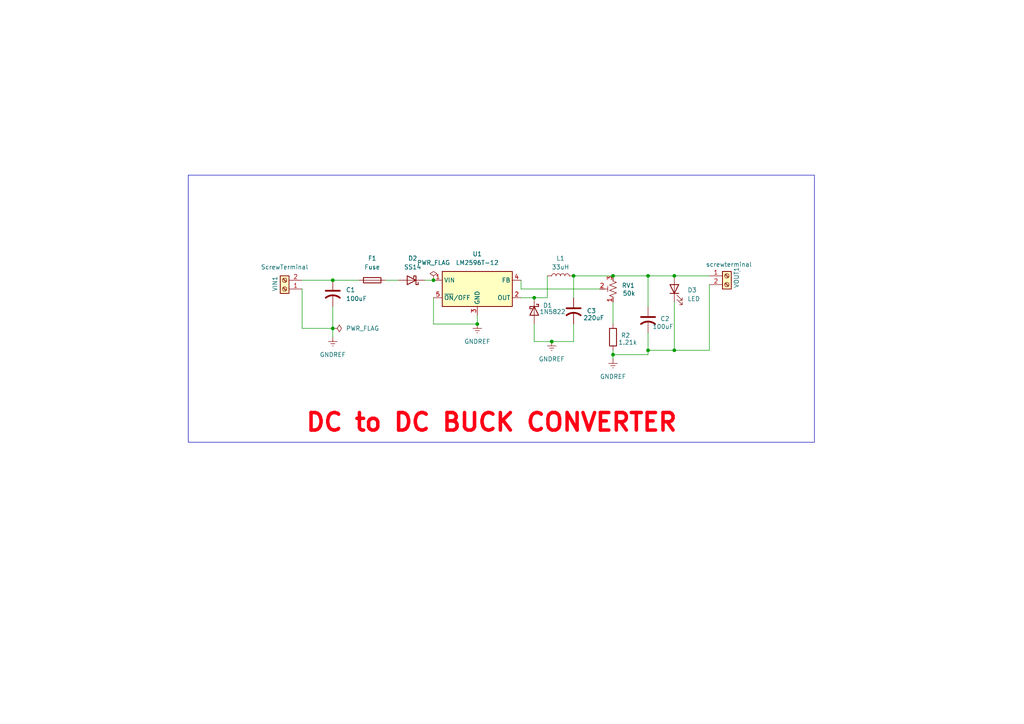
<source format=kicad_sch>
(kicad_sch
	(version 20250114)
	(generator "eeschema")
	(generator_version "9.0")
	(uuid "cc7cc7c6-d9e7-4462-9ad4-7c35eb0e6a7f")
	(paper "A4")
	(title_block
		(title "Dc to Dc Buck Converter")
		(date "2025-10-04")
		(rev "Drawn By D.Manikanta")
		(company "Mani_PCB")
	)
	(lib_symbols
		(symbol "Connector:Screw_Terminal_01x02"
			(pin_names
				(offset 1.016)
				(hide yes)
			)
			(exclude_from_sim no)
			(in_bom yes)
			(on_board yes)
			(property "Reference" "J"
				(at 0 2.54 0)
				(effects
					(font
						(size 1.27 1.27)
					)
				)
			)
			(property "Value" "Screw_Terminal_01x02"
				(at 0 -5.08 0)
				(effects
					(font
						(size 1.27 1.27)
					)
				)
			)
			(property "Footprint" ""
				(at 0 0 0)
				(effects
					(font
						(size 1.27 1.27)
					)
					(hide yes)
				)
			)
			(property "Datasheet" "~"
				(at 0 0 0)
				(effects
					(font
						(size 1.27 1.27)
					)
					(hide yes)
				)
			)
			(property "Description" "Generic screw terminal, single row, 01x02, script generated (kicad-library-utils/schlib/autogen/connector/)"
				(at 0 0 0)
				(effects
					(font
						(size 1.27 1.27)
					)
					(hide yes)
				)
			)
			(property "ki_keywords" "screw terminal"
				(at 0 0 0)
				(effects
					(font
						(size 1.27 1.27)
					)
					(hide yes)
				)
			)
			(property "ki_fp_filters" "TerminalBlock*:*"
				(at 0 0 0)
				(effects
					(font
						(size 1.27 1.27)
					)
					(hide yes)
				)
			)
			(symbol "Screw_Terminal_01x02_1_1"
				(rectangle
					(start -1.27 1.27)
					(end 1.27 -3.81)
					(stroke
						(width 0.254)
						(type default)
					)
					(fill
						(type background)
					)
				)
				(polyline
					(pts
						(xy -0.5334 0.3302) (xy 0.3302 -0.508)
					)
					(stroke
						(width 0.1524)
						(type default)
					)
					(fill
						(type none)
					)
				)
				(polyline
					(pts
						(xy -0.5334 -2.2098) (xy 0.3302 -3.048)
					)
					(stroke
						(width 0.1524)
						(type default)
					)
					(fill
						(type none)
					)
				)
				(polyline
					(pts
						(xy -0.3556 0.508) (xy 0.508 -0.3302)
					)
					(stroke
						(width 0.1524)
						(type default)
					)
					(fill
						(type none)
					)
				)
				(polyline
					(pts
						(xy -0.3556 -2.032) (xy 0.508 -2.8702)
					)
					(stroke
						(width 0.1524)
						(type default)
					)
					(fill
						(type none)
					)
				)
				(circle
					(center 0 0)
					(radius 0.635)
					(stroke
						(width 0.1524)
						(type default)
					)
					(fill
						(type none)
					)
				)
				(circle
					(center 0 -2.54)
					(radius 0.635)
					(stroke
						(width 0.1524)
						(type default)
					)
					(fill
						(type none)
					)
				)
				(pin passive line
					(at -5.08 0 0)
					(length 3.81)
					(name "Pin_1"
						(effects
							(font
								(size 1.27 1.27)
							)
						)
					)
					(number "1"
						(effects
							(font
								(size 1.27 1.27)
							)
						)
					)
				)
				(pin passive line
					(at -5.08 -2.54 0)
					(length 3.81)
					(name "Pin_2"
						(effects
							(font
								(size 1.27 1.27)
							)
						)
					)
					(number "2"
						(effects
							(font
								(size 1.27 1.27)
							)
						)
					)
				)
			)
			(embedded_fonts no)
		)
		(symbol "Device:C_US"
			(pin_numbers
				(hide yes)
			)
			(pin_names
				(offset 0.254)
				(hide yes)
			)
			(exclude_from_sim no)
			(in_bom yes)
			(on_board yes)
			(property "Reference" "C"
				(at 0.635 2.54 0)
				(effects
					(font
						(size 1.27 1.27)
					)
					(justify left)
				)
			)
			(property "Value" "C_US"
				(at 0.635 -2.54 0)
				(effects
					(font
						(size 1.27 1.27)
					)
					(justify left)
				)
			)
			(property "Footprint" ""
				(at 0 0 0)
				(effects
					(font
						(size 1.27 1.27)
					)
					(hide yes)
				)
			)
			(property "Datasheet" ""
				(at 0 0 0)
				(effects
					(font
						(size 1.27 1.27)
					)
					(hide yes)
				)
			)
			(property "Description" "capacitor, US symbol"
				(at 0 0 0)
				(effects
					(font
						(size 1.27 1.27)
					)
					(hide yes)
				)
			)
			(property "ki_keywords" "cap capacitor"
				(at 0 0 0)
				(effects
					(font
						(size 1.27 1.27)
					)
					(hide yes)
				)
			)
			(property "ki_fp_filters" "C_*"
				(at 0 0 0)
				(effects
					(font
						(size 1.27 1.27)
					)
					(hide yes)
				)
			)
			(symbol "C_US_0_1"
				(polyline
					(pts
						(xy -2.032 0.762) (xy 2.032 0.762)
					)
					(stroke
						(width 0.508)
						(type default)
					)
					(fill
						(type none)
					)
				)
				(arc
					(start -2.032 -1.27)
					(mid 0 -0.5572)
					(end 2.032 -1.27)
					(stroke
						(width 0.508)
						(type default)
					)
					(fill
						(type none)
					)
				)
			)
			(symbol "C_US_1_1"
				(pin passive line
					(at 0 3.81 270)
					(length 2.794)
					(name "~"
						(effects
							(font
								(size 1.27 1.27)
							)
						)
					)
					(number "1"
						(effects
							(font
								(size 1.27 1.27)
							)
						)
					)
				)
				(pin passive line
					(at 0 -3.81 90)
					(length 3.302)
					(name "~"
						(effects
							(font
								(size 1.27 1.27)
							)
						)
					)
					(number "2"
						(effects
							(font
								(size 1.27 1.27)
							)
						)
					)
				)
			)
			(embedded_fonts no)
		)
		(symbol "Device:Fuse"
			(pin_numbers
				(hide yes)
			)
			(pin_names
				(offset 0)
			)
			(exclude_from_sim no)
			(in_bom yes)
			(on_board yes)
			(property "Reference" "F"
				(at 2.032 0 90)
				(effects
					(font
						(size 1.27 1.27)
					)
				)
			)
			(property "Value" "Fuse"
				(at -1.905 0 90)
				(effects
					(font
						(size 1.27 1.27)
					)
				)
			)
			(property "Footprint" ""
				(at -1.778 0 90)
				(effects
					(font
						(size 1.27 1.27)
					)
					(hide yes)
				)
			)
			(property "Datasheet" "~"
				(at 0 0 0)
				(effects
					(font
						(size 1.27 1.27)
					)
					(hide yes)
				)
			)
			(property "Description" "Fuse"
				(at 0 0 0)
				(effects
					(font
						(size 1.27 1.27)
					)
					(hide yes)
				)
			)
			(property "ki_keywords" "fuse"
				(at 0 0 0)
				(effects
					(font
						(size 1.27 1.27)
					)
					(hide yes)
				)
			)
			(property "ki_fp_filters" "*Fuse*"
				(at 0 0 0)
				(effects
					(font
						(size 1.27 1.27)
					)
					(hide yes)
				)
			)
			(symbol "Fuse_0_1"
				(rectangle
					(start -0.762 -2.54)
					(end 0.762 2.54)
					(stroke
						(width 0.254)
						(type default)
					)
					(fill
						(type none)
					)
				)
				(polyline
					(pts
						(xy 0 2.54) (xy 0 -2.54)
					)
					(stroke
						(width 0)
						(type default)
					)
					(fill
						(type none)
					)
				)
			)
			(symbol "Fuse_1_1"
				(pin passive line
					(at 0 3.81 270)
					(length 1.27)
					(name "~"
						(effects
							(font
								(size 1.27 1.27)
							)
						)
					)
					(number "1"
						(effects
							(font
								(size 1.27 1.27)
							)
						)
					)
				)
				(pin passive line
					(at 0 -3.81 90)
					(length 1.27)
					(name "~"
						(effects
							(font
								(size 1.27 1.27)
							)
						)
					)
					(number "2"
						(effects
							(font
								(size 1.27 1.27)
							)
						)
					)
				)
			)
			(embedded_fonts no)
		)
		(symbol "Device:L"
			(pin_numbers
				(hide yes)
			)
			(pin_names
				(offset 1.016)
				(hide yes)
			)
			(exclude_from_sim no)
			(in_bom yes)
			(on_board yes)
			(property "Reference" "L"
				(at -1.27 0 90)
				(effects
					(font
						(size 1.27 1.27)
					)
				)
			)
			(property "Value" "L"
				(at 1.905 0 90)
				(effects
					(font
						(size 1.27 1.27)
					)
				)
			)
			(property "Footprint" ""
				(at 0 0 0)
				(effects
					(font
						(size 1.27 1.27)
					)
					(hide yes)
				)
			)
			(property "Datasheet" "~"
				(at 0 0 0)
				(effects
					(font
						(size 1.27 1.27)
					)
					(hide yes)
				)
			)
			(property "Description" "Inductor"
				(at 0 0 0)
				(effects
					(font
						(size 1.27 1.27)
					)
					(hide yes)
				)
			)
			(property "ki_keywords" "inductor choke coil reactor magnetic"
				(at 0 0 0)
				(effects
					(font
						(size 1.27 1.27)
					)
					(hide yes)
				)
			)
			(property "ki_fp_filters" "Choke_* *Coil* Inductor_* L_*"
				(at 0 0 0)
				(effects
					(font
						(size 1.27 1.27)
					)
					(hide yes)
				)
			)
			(symbol "L_0_1"
				(arc
					(start 0 2.54)
					(mid 0.6323 1.905)
					(end 0 1.27)
					(stroke
						(width 0)
						(type default)
					)
					(fill
						(type none)
					)
				)
				(arc
					(start 0 1.27)
					(mid 0.6323 0.635)
					(end 0 0)
					(stroke
						(width 0)
						(type default)
					)
					(fill
						(type none)
					)
				)
				(arc
					(start 0 0)
					(mid 0.6323 -0.635)
					(end 0 -1.27)
					(stroke
						(width 0)
						(type default)
					)
					(fill
						(type none)
					)
				)
				(arc
					(start 0 -1.27)
					(mid 0.6323 -1.905)
					(end 0 -2.54)
					(stroke
						(width 0)
						(type default)
					)
					(fill
						(type none)
					)
				)
			)
			(symbol "L_1_1"
				(pin passive line
					(at 0 3.81 270)
					(length 1.27)
					(name "1"
						(effects
							(font
								(size 1.27 1.27)
							)
						)
					)
					(number "1"
						(effects
							(font
								(size 1.27 1.27)
							)
						)
					)
				)
				(pin passive line
					(at 0 -3.81 90)
					(length 1.27)
					(name "2"
						(effects
							(font
								(size 1.27 1.27)
							)
						)
					)
					(number "2"
						(effects
							(font
								(size 1.27 1.27)
							)
						)
					)
				)
			)
			(embedded_fonts no)
		)
		(symbol "Device:LED"
			(pin_numbers
				(hide yes)
			)
			(pin_names
				(offset 1.016)
				(hide yes)
			)
			(exclude_from_sim no)
			(in_bom yes)
			(on_board yes)
			(property "Reference" "D"
				(at 0 2.54 0)
				(effects
					(font
						(size 1.27 1.27)
					)
				)
			)
			(property "Value" "LED"
				(at 0 -2.54 0)
				(effects
					(font
						(size 1.27 1.27)
					)
				)
			)
			(property "Footprint" ""
				(at 0 0 0)
				(effects
					(font
						(size 1.27 1.27)
					)
					(hide yes)
				)
			)
			(property "Datasheet" "~"
				(at 0 0 0)
				(effects
					(font
						(size 1.27 1.27)
					)
					(hide yes)
				)
			)
			(property "Description" "Light emitting diode"
				(at 0 0 0)
				(effects
					(font
						(size 1.27 1.27)
					)
					(hide yes)
				)
			)
			(property "Sim.Pins" "1=K 2=A"
				(at 0 0 0)
				(effects
					(font
						(size 1.27 1.27)
					)
					(hide yes)
				)
			)
			(property "ki_keywords" "LED diode"
				(at 0 0 0)
				(effects
					(font
						(size 1.27 1.27)
					)
					(hide yes)
				)
			)
			(property "ki_fp_filters" "LED* LED_SMD:* LED_THT:*"
				(at 0 0 0)
				(effects
					(font
						(size 1.27 1.27)
					)
					(hide yes)
				)
			)
			(symbol "LED_0_1"
				(polyline
					(pts
						(xy -3.048 -0.762) (xy -4.572 -2.286) (xy -3.81 -2.286) (xy -4.572 -2.286) (xy -4.572 -1.524)
					)
					(stroke
						(width 0)
						(type default)
					)
					(fill
						(type none)
					)
				)
				(polyline
					(pts
						(xy -1.778 -0.762) (xy -3.302 -2.286) (xy -2.54 -2.286) (xy -3.302 -2.286) (xy -3.302 -1.524)
					)
					(stroke
						(width 0)
						(type default)
					)
					(fill
						(type none)
					)
				)
				(polyline
					(pts
						(xy -1.27 0) (xy 1.27 0)
					)
					(stroke
						(width 0)
						(type default)
					)
					(fill
						(type none)
					)
				)
				(polyline
					(pts
						(xy -1.27 -1.27) (xy -1.27 1.27)
					)
					(stroke
						(width 0.254)
						(type default)
					)
					(fill
						(type none)
					)
				)
				(polyline
					(pts
						(xy 1.27 -1.27) (xy 1.27 1.27) (xy -1.27 0) (xy 1.27 -1.27)
					)
					(stroke
						(width 0.254)
						(type default)
					)
					(fill
						(type none)
					)
				)
			)
			(symbol "LED_1_1"
				(pin passive line
					(at -3.81 0 0)
					(length 2.54)
					(name "K"
						(effects
							(font
								(size 1.27 1.27)
							)
						)
					)
					(number "1"
						(effects
							(font
								(size 1.27 1.27)
							)
						)
					)
				)
				(pin passive line
					(at 3.81 0 180)
					(length 2.54)
					(name "A"
						(effects
							(font
								(size 1.27 1.27)
							)
						)
					)
					(number "2"
						(effects
							(font
								(size 1.27 1.27)
							)
						)
					)
				)
			)
			(embedded_fonts no)
		)
		(symbol "Device:R"
			(pin_numbers
				(hide yes)
			)
			(pin_names
				(offset 0)
			)
			(exclude_from_sim no)
			(in_bom yes)
			(on_board yes)
			(property "Reference" "R"
				(at 2.032 0 90)
				(effects
					(font
						(size 1.27 1.27)
					)
				)
			)
			(property "Value" "R"
				(at 0 0 90)
				(effects
					(font
						(size 1.27 1.27)
					)
				)
			)
			(property "Footprint" ""
				(at -1.778 0 90)
				(effects
					(font
						(size 1.27 1.27)
					)
					(hide yes)
				)
			)
			(property "Datasheet" "~"
				(at 0 0 0)
				(effects
					(font
						(size 1.27 1.27)
					)
					(hide yes)
				)
			)
			(property "Description" "Resistor"
				(at 0 0 0)
				(effects
					(font
						(size 1.27 1.27)
					)
					(hide yes)
				)
			)
			(property "ki_keywords" "R res resistor"
				(at 0 0 0)
				(effects
					(font
						(size 1.27 1.27)
					)
					(hide yes)
				)
			)
			(property "ki_fp_filters" "R_*"
				(at 0 0 0)
				(effects
					(font
						(size 1.27 1.27)
					)
					(hide yes)
				)
			)
			(symbol "R_0_1"
				(rectangle
					(start -1.016 -2.54)
					(end 1.016 2.54)
					(stroke
						(width 0.254)
						(type default)
					)
					(fill
						(type none)
					)
				)
			)
			(symbol "R_1_1"
				(pin passive line
					(at 0 3.81 270)
					(length 1.27)
					(name "~"
						(effects
							(font
								(size 1.27 1.27)
							)
						)
					)
					(number "1"
						(effects
							(font
								(size 1.27 1.27)
							)
						)
					)
				)
				(pin passive line
					(at 0 -3.81 90)
					(length 1.27)
					(name "~"
						(effects
							(font
								(size 1.27 1.27)
							)
						)
					)
					(number "2"
						(effects
							(font
								(size 1.27 1.27)
							)
						)
					)
				)
			)
			(embedded_fonts no)
		)
		(symbol "Device:R_Potentiometer_Trim_US"
			(pin_names
				(offset 1.016)
				(hide yes)
			)
			(exclude_from_sim no)
			(in_bom yes)
			(on_board yes)
			(property "Reference" "RV"
				(at -4.445 0 90)
				(effects
					(font
						(size 1.27 1.27)
					)
				)
			)
			(property "Value" "R_Potentiometer_Trim_US"
				(at -2.54 0 90)
				(effects
					(font
						(size 1.27 1.27)
					)
				)
			)
			(property "Footprint" ""
				(at 0 0 0)
				(effects
					(font
						(size 1.27 1.27)
					)
					(hide yes)
				)
			)
			(property "Datasheet" "~"
				(at 0 0 0)
				(effects
					(font
						(size 1.27 1.27)
					)
					(hide yes)
				)
			)
			(property "Description" "Trim-potentiometer, US symbol"
				(at 0 0 0)
				(effects
					(font
						(size 1.27 1.27)
					)
					(hide yes)
				)
			)
			(property "ki_keywords" "resistor variable trimpot trimmer"
				(at 0 0 0)
				(effects
					(font
						(size 1.27 1.27)
					)
					(hide yes)
				)
			)
			(property "ki_fp_filters" "Potentiometer*"
				(at 0 0 0)
				(effects
					(font
						(size 1.27 1.27)
					)
					(hide yes)
				)
			)
			(symbol "R_Potentiometer_Trim_US_0_1"
				(polyline
					(pts
						(xy 0 2.286) (xy 0 2.54)
					)
					(stroke
						(width 0)
						(type default)
					)
					(fill
						(type none)
					)
				)
				(polyline
					(pts
						(xy 0 2.286) (xy 1.016 1.905) (xy 0 1.524) (xy -1.016 1.143) (xy 0 0.762)
					)
					(stroke
						(width 0)
						(type default)
					)
					(fill
						(type none)
					)
				)
				(polyline
					(pts
						(xy 0 0.762) (xy 1.016 0.381) (xy 0 0) (xy -1.016 -0.381) (xy 0 -0.762)
					)
					(stroke
						(width 0)
						(type default)
					)
					(fill
						(type none)
					)
				)
				(polyline
					(pts
						(xy 0 -0.762) (xy 1.016 -1.143) (xy 0 -1.524) (xy -1.016 -1.905) (xy 0 -2.286)
					)
					(stroke
						(width 0)
						(type default)
					)
					(fill
						(type none)
					)
				)
				(polyline
					(pts
						(xy 0 -2.286) (xy 0 -2.54)
					)
					(stroke
						(width 0)
						(type default)
					)
					(fill
						(type none)
					)
				)
				(polyline
					(pts
						(xy 1.524 0.762) (xy 1.524 -0.762)
					)
					(stroke
						(width 0)
						(type default)
					)
					(fill
						(type none)
					)
				)
				(polyline
					(pts
						(xy 2.54 0) (xy 1.524 0)
					)
					(stroke
						(width 0)
						(type default)
					)
					(fill
						(type none)
					)
				)
			)
			(symbol "R_Potentiometer_Trim_US_1_1"
				(pin passive line
					(at 0 3.81 270)
					(length 1.27)
					(name "1"
						(effects
							(font
								(size 1.27 1.27)
							)
						)
					)
					(number "1"
						(effects
							(font
								(size 1.27 1.27)
							)
						)
					)
				)
				(pin passive line
					(at 0 -3.81 90)
					(length 1.27)
					(name "3"
						(effects
							(font
								(size 1.27 1.27)
							)
						)
					)
					(number "3"
						(effects
							(font
								(size 1.27 1.27)
							)
						)
					)
				)
				(pin passive line
					(at 3.81 0 180)
					(length 1.27)
					(name "2"
						(effects
							(font
								(size 1.27 1.27)
							)
						)
					)
					(number "2"
						(effects
							(font
								(size 1.27 1.27)
							)
						)
					)
				)
			)
			(embedded_fonts no)
		)
		(symbol "Diode:1N5822"
			(pin_numbers
				(hide yes)
			)
			(pin_names
				(offset 1.016)
				(hide yes)
			)
			(exclude_from_sim no)
			(in_bom yes)
			(on_board yes)
			(property "Reference" "D"
				(at 0 2.54 0)
				(effects
					(font
						(size 1.27 1.27)
					)
				)
			)
			(property "Value" "1N5822"
				(at 0 -2.54 0)
				(effects
					(font
						(size 1.27 1.27)
					)
				)
			)
			(property "Footprint" "Diode_THT:D_DO-201AD_P15.24mm_Horizontal"
				(at 0 -4.445 0)
				(effects
					(font
						(size 1.27 1.27)
					)
					(hide yes)
				)
			)
			(property "Datasheet" "http://www.vishay.com/docs/88526/1n5820.pdf"
				(at 0 0 0)
				(effects
					(font
						(size 1.27 1.27)
					)
					(hide yes)
				)
			)
			(property "Description" "40V 3A Schottky Barrier Rectifier Diode, DO-201AD"
				(at 0 0 0)
				(effects
					(font
						(size 1.27 1.27)
					)
					(hide yes)
				)
			)
			(property "ki_keywords" "diode Schottky"
				(at 0 0 0)
				(effects
					(font
						(size 1.27 1.27)
					)
					(hide yes)
				)
			)
			(property "ki_fp_filters" "D*DO?201AD*"
				(at 0 0 0)
				(effects
					(font
						(size 1.27 1.27)
					)
					(hide yes)
				)
			)
			(symbol "1N5822_0_1"
				(polyline
					(pts
						(xy -1.905 0.635) (xy -1.905 1.27) (xy -1.27 1.27) (xy -1.27 -1.27) (xy -0.635 -1.27) (xy -0.635 -0.635)
					)
					(stroke
						(width 0.254)
						(type default)
					)
					(fill
						(type none)
					)
				)
				(polyline
					(pts
						(xy 1.27 1.27) (xy 1.27 -1.27) (xy -1.27 0) (xy 1.27 1.27)
					)
					(stroke
						(width 0.254)
						(type default)
					)
					(fill
						(type none)
					)
				)
				(polyline
					(pts
						(xy 1.27 0) (xy -1.27 0)
					)
					(stroke
						(width 0)
						(type default)
					)
					(fill
						(type none)
					)
				)
			)
			(symbol "1N5822_1_1"
				(pin passive line
					(at -3.81 0 0)
					(length 2.54)
					(name "K"
						(effects
							(font
								(size 1.27 1.27)
							)
						)
					)
					(number "1"
						(effects
							(font
								(size 1.27 1.27)
							)
						)
					)
				)
				(pin passive line
					(at 3.81 0 180)
					(length 2.54)
					(name "A"
						(effects
							(font
								(size 1.27 1.27)
							)
						)
					)
					(number "2"
						(effects
							(font
								(size 1.27 1.27)
							)
						)
					)
				)
			)
			(embedded_fonts no)
		)
		(symbol "Diode:SS14"
			(pin_numbers
				(hide yes)
			)
			(pin_names
				(offset 1.016)
				(hide yes)
			)
			(exclude_from_sim no)
			(in_bom yes)
			(on_board yes)
			(property "Reference" "D"
				(at 0 2.54 0)
				(effects
					(font
						(size 1.27 1.27)
					)
				)
			)
			(property "Value" "SS14"
				(at 0 -2.54 0)
				(effects
					(font
						(size 1.27 1.27)
					)
				)
			)
			(property "Footprint" "Diode_SMD:D_SMA"
				(at 0 -4.445 0)
				(effects
					(font
						(size 1.27 1.27)
					)
					(hide yes)
				)
			)
			(property "Datasheet" "https://www.vishay.com/docs/88746/ss12.pdf"
				(at 0 0 0)
				(effects
					(font
						(size 1.27 1.27)
					)
					(hide yes)
				)
			)
			(property "Description" "40V 1A Schottky Diode, SMA"
				(at 0 0 0)
				(effects
					(font
						(size 1.27 1.27)
					)
					(hide yes)
				)
			)
			(property "ki_keywords" "diode Schottky"
				(at 0 0 0)
				(effects
					(font
						(size 1.27 1.27)
					)
					(hide yes)
				)
			)
			(property "ki_fp_filters" "D*SMA*"
				(at 0 0 0)
				(effects
					(font
						(size 1.27 1.27)
					)
					(hide yes)
				)
			)
			(symbol "SS14_0_1"
				(polyline
					(pts
						(xy -1.905 0.635) (xy -1.905 1.27) (xy -1.27 1.27) (xy -1.27 -1.27) (xy -0.635 -1.27) (xy -0.635 -0.635)
					)
					(stroke
						(width 0.254)
						(type default)
					)
					(fill
						(type none)
					)
				)
				(polyline
					(pts
						(xy 1.27 1.27) (xy 1.27 -1.27) (xy -1.27 0) (xy 1.27 1.27)
					)
					(stroke
						(width 0.254)
						(type default)
					)
					(fill
						(type none)
					)
				)
				(polyline
					(pts
						(xy 1.27 0) (xy -1.27 0)
					)
					(stroke
						(width 0)
						(type default)
					)
					(fill
						(type none)
					)
				)
			)
			(symbol "SS14_1_1"
				(pin passive line
					(at -3.81 0 0)
					(length 2.54)
					(name "K"
						(effects
							(font
								(size 1.27 1.27)
							)
						)
					)
					(number "1"
						(effects
							(font
								(size 1.27 1.27)
							)
						)
					)
				)
				(pin passive line
					(at 3.81 0 180)
					(length 2.54)
					(name "A"
						(effects
							(font
								(size 1.27 1.27)
							)
						)
					)
					(number "2"
						(effects
							(font
								(size 1.27 1.27)
							)
						)
					)
				)
			)
			(embedded_fonts no)
		)
		(symbol "Regulator_Switching:LM2596T-12"
			(exclude_from_sim no)
			(in_bom yes)
			(on_board yes)
			(property "Reference" "U"
				(at -10.16 6.35 0)
				(effects
					(font
						(size 1.27 1.27)
					)
					(justify left)
				)
			)
			(property "Value" "LM2596T-12"
				(at 0 6.35 0)
				(effects
					(font
						(size 1.27 1.27)
					)
					(justify left)
				)
			)
			(property "Footprint" "Package_TO_SOT_THT:TO-220-5_P3.4x3.7mm_StaggerOdd_Lead3.8mm_Vertical"
				(at 1.27 -6.35 0)
				(effects
					(font
						(size 1.27 1.27)
						(italic yes)
					)
					(justify left)
					(hide yes)
				)
			)
			(property "Datasheet" "http://www.ti.com/lit/ds/symlink/lm2596.pdf"
				(at 0 0 0)
				(effects
					(font
						(size 1.27 1.27)
					)
					(hide yes)
				)
			)
			(property "Description" "12V 3A 150kHz Step-Down Voltage Regulator, TO-220"
				(at 0 0 0)
				(effects
					(font
						(size 1.27 1.27)
					)
					(hide yes)
				)
			)
			(property "ki_keywords" "Step-Down Voltage Regulator 12V 3A"
				(at 0 0 0)
				(effects
					(font
						(size 1.27 1.27)
					)
					(hide yes)
				)
			)
			(property "ki_fp_filters" "TO?220*"
				(at 0 0 0)
				(effects
					(font
						(size 1.27 1.27)
					)
					(hide yes)
				)
			)
			(symbol "LM2596T-12_0_1"
				(rectangle
					(start -10.16 5.08)
					(end 10.16 -5.08)
					(stroke
						(width 0.254)
						(type default)
					)
					(fill
						(type background)
					)
				)
			)
			(symbol "LM2596T-12_1_1"
				(pin power_in line
					(at -12.7 2.54 0)
					(length 2.54)
					(name "VIN"
						(effects
							(font
								(size 1.27 1.27)
							)
						)
					)
					(number "1"
						(effects
							(font
								(size 1.27 1.27)
							)
						)
					)
				)
				(pin input line
					(at -12.7 -2.54 0)
					(length 2.54)
					(name "~{ON}/OFF"
						(effects
							(font
								(size 1.27 1.27)
							)
						)
					)
					(number "5"
						(effects
							(font
								(size 1.27 1.27)
							)
						)
					)
				)
				(pin power_in line
					(at 0 -7.62 90)
					(length 2.54)
					(name "GND"
						(effects
							(font
								(size 1.27 1.27)
							)
						)
					)
					(number "3"
						(effects
							(font
								(size 1.27 1.27)
							)
						)
					)
				)
				(pin input line
					(at 12.7 2.54 180)
					(length 2.54)
					(name "FB"
						(effects
							(font
								(size 1.27 1.27)
							)
						)
					)
					(number "4"
						(effects
							(font
								(size 1.27 1.27)
							)
						)
					)
				)
				(pin output line
					(at 12.7 -2.54 180)
					(length 2.54)
					(name "OUT"
						(effects
							(font
								(size 1.27 1.27)
							)
						)
					)
					(number "2"
						(effects
							(font
								(size 1.27 1.27)
							)
						)
					)
				)
			)
			(embedded_fonts no)
		)
		(symbol "power:GNDREF"
			(power)
			(pin_numbers
				(hide yes)
			)
			(pin_names
				(offset 0)
				(hide yes)
			)
			(exclude_from_sim no)
			(in_bom yes)
			(on_board yes)
			(property "Reference" "#PWR"
				(at 0 -6.35 0)
				(effects
					(font
						(size 1.27 1.27)
					)
					(hide yes)
				)
			)
			(property "Value" "GNDREF"
				(at 0 -3.81 0)
				(effects
					(font
						(size 1.27 1.27)
					)
				)
			)
			(property "Footprint" ""
				(at 0 0 0)
				(effects
					(font
						(size 1.27 1.27)
					)
					(hide yes)
				)
			)
			(property "Datasheet" ""
				(at 0 0 0)
				(effects
					(font
						(size 1.27 1.27)
					)
					(hide yes)
				)
			)
			(property "Description" "Power symbol creates a global label with name \"GNDREF\" , reference supply ground"
				(at 0 0 0)
				(effects
					(font
						(size 1.27 1.27)
					)
					(hide yes)
				)
			)
			(property "ki_keywords" "global power"
				(at 0 0 0)
				(effects
					(font
						(size 1.27 1.27)
					)
					(hide yes)
				)
			)
			(symbol "GNDREF_0_1"
				(polyline
					(pts
						(xy -0.635 -1.905) (xy 0.635 -1.905)
					)
					(stroke
						(width 0)
						(type default)
					)
					(fill
						(type none)
					)
				)
				(polyline
					(pts
						(xy -0.127 -2.54) (xy 0.127 -2.54)
					)
					(stroke
						(width 0)
						(type default)
					)
					(fill
						(type none)
					)
				)
				(polyline
					(pts
						(xy 0 -1.27) (xy 0 0)
					)
					(stroke
						(width 0)
						(type default)
					)
					(fill
						(type none)
					)
				)
				(polyline
					(pts
						(xy 1.27 -1.27) (xy -1.27 -1.27)
					)
					(stroke
						(width 0)
						(type default)
					)
					(fill
						(type none)
					)
				)
			)
			(symbol "GNDREF_1_1"
				(pin power_in line
					(at 0 0 270)
					(length 0)
					(name "~"
						(effects
							(font
								(size 1.27 1.27)
							)
						)
					)
					(number "1"
						(effects
							(font
								(size 1.27 1.27)
							)
						)
					)
				)
			)
			(embedded_fonts no)
		)
		(symbol "power:PWR_FLAG"
			(power)
			(pin_numbers
				(hide yes)
			)
			(pin_names
				(offset 0)
				(hide yes)
			)
			(exclude_from_sim no)
			(in_bom yes)
			(on_board yes)
			(property "Reference" "#FLG"
				(at 0 1.905 0)
				(effects
					(font
						(size 1.27 1.27)
					)
					(hide yes)
				)
			)
			(property "Value" "PWR_FLAG"
				(at 0 3.81 0)
				(effects
					(font
						(size 1.27 1.27)
					)
				)
			)
			(property "Footprint" ""
				(at 0 0 0)
				(effects
					(font
						(size 1.27 1.27)
					)
					(hide yes)
				)
			)
			(property "Datasheet" "~"
				(at 0 0 0)
				(effects
					(font
						(size 1.27 1.27)
					)
					(hide yes)
				)
			)
			(property "Description" "Special symbol for telling ERC where power comes from"
				(at 0 0 0)
				(effects
					(font
						(size 1.27 1.27)
					)
					(hide yes)
				)
			)
			(property "ki_keywords" "flag power"
				(at 0 0 0)
				(effects
					(font
						(size 1.27 1.27)
					)
					(hide yes)
				)
			)
			(symbol "PWR_FLAG_0_0"
				(pin power_out line
					(at 0 0 90)
					(length 0)
					(name "~"
						(effects
							(font
								(size 1.27 1.27)
							)
						)
					)
					(number "1"
						(effects
							(font
								(size 1.27 1.27)
							)
						)
					)
				)
			)
			(symbol "PWR_FLAG_0_1"
				(polyline
					(pts
						(xy 0 0) (xy 0 1.27) (xy -1.016 1.905) (xy 0 2.54) (xy 1.016 1.905) (xy 0 1.27)
					)
					(stroke
						(width 0)
						(type default)
					)
					(fill
						(type none)
					)
				)
			)
			(embedded_fonts no)
		)
	)
	(rectangle
		(start 214.63 78.74)
		(end 214.63 78.74)
		(stroke
			(width 0)
			(type default)
		)
		(fill
			(type none)
		)
		(uuid ccf20cd7-4630-4ff2-9274-3dce537c649d)
	)
	(rectangle
		(start 214.63 78.74)
		(end 214.63 78.74)
		(stroke
			(width 0)
			(type default)
		)
		(fill
			(type none)
		)
		(uuid edd86c62-5451-4710-9531-37e23e68f57d)
	)
	(rectangle
		(start 54.61 50.8)
		(end 236.22 128.27)
		(stroke
			(width 0)
			(type default)
		)
		(fill
			(type none)
		)
		(uuid f925c269-b936-4880-a4ea-1d99c68656c5)
	)
	(text "DC to DC BUCK CONVERTER "
		(exclude_from_sim no)
		(at 144.526 122.682 0)
		(effects
			(font
				(face "KiCad Font")
				(size 5.08 5.08)
				(thickness 1.016)
				(bold yes)
				(color 255 0 18 1)
			)
		)
		(uuid "e07f8dd5-19f6-4f6f-b163-464411eefe47")
	)
	(junction
		(at 195.58 80.01)
		(diameter 0)
		(color 0 0 0 0)
		(uuid "3429c0ce-e61f-4105-b8cd-514029223d83")
	)
	(junction
		(at 154.94 86.36)
		(diameter 0)
		(color 0 0 0 0)
		(uuid "4b32f77d-e416-47db-8b52-a47df42387ae")
	)
	(junction
		(at 125.73 81.28)
		(diameter 0)
		(color 0 0 0 0)
		(uuid "73ac3b9b-d6f9-4506-a66d-cd1359544a3a")
	)
	(junction
		(at 96.52 81.28)
		(diameter 0)
		(color 0 0 0 0)
		(uuid "9064ca54-16ca-4201-b816-5fce11480a85")
	)
	(junction
		(at 96.52 95.25)
		(diameter 0)
		(color 0 0 0 0)
		(uuid "b73debc0-3c89-48f4-8bfc-3f101331be73")
	)
	(junction
		(at 166.37 80.01)
		(diameter 0)
		(color 0 0 0 0)
		(uuid "b8c98abc-925d-407a-9352-7058ee15430a")
	)
	(junction
		(at 187.96 80.01)
		(diameter 0)
		(color 0 0 0 0)
		(uuid "bff27845-0025-45e5-80f7-2bc437c6c4a6")
	)
	(junction
		(at 138.43 93.98)
		(diameter 0)
		(color 0 0 0 0)
		(uuid "c9e67c19-ea8b-4ad6-a2ca-5dbf85e574c3")
	)
	(junction
		(at 187.96 101.6)
		(diameter 0)
		(color 0 0 0 0)
		(uuid "da6fde52-08b1-4d70-a19b-9445c8670ff4")
	)
	(junction
		(at 177.8 80.01)
		(diameter 0)
		(color 0 0 0 0)
		(uuid "dfe74f81-0a91-4017-8bdb-6ff9af757146")
	)
	(junction
		(at 160.02 99.06)
		(diameter 0)
		(color 0 0 0 0)
		(uuid "e15dbcfa-f35a-42bb-be42-64aae12fc14f")
	)
	(junction
		(at 195.58 101.6)
		(diameter 0)
		(color 0 0 0 0)
		(uuid "e7dd566c-0b19-4cec-8393-d1a8f26c603d")
	)
	(junction
		(at 177.8 102.87)
		(diameter 0)
		(color 0 0 0 0)
		(uuid "fc915ed7-43c2-4fbc-88cf-bbb428447d4c")
	)
	(wire
		(pts
			(xy 177.8 80.01) (xy 187.96 80.01)
		)
		(stroke
			(width 0)
			(type default)
		)
		(uuid "0c3eca4d-611d-4ef5-83e5-6a8950e7f696")
	)
	(wire
		(pts
			(xy 195.58 101.6) (xy 205.74 101.6)
		)
		(stroke
			(width 0)
			(type default)
		)
		(uuid "0e925c82-abce-4a7e-84fc-9de6088b6a89")
	)
	(wire
		(pts
			(xy 96.52 95.25) (xy 96.52 97.79)
		)
		(stroke
			(width 0)
			(type default)
		)
		(uuid "19012967-771a-4d64-9316-907030d1cd73")
	)
	(wire
		(pts
			(xy 151.13 83.82) (xy 151.13 81.28)
		)
		(stroke
			(width 0)
			(type default)
		)
		(uuid "1bd45a37-458b-44cb-8486-0c03d44935e4")
	)
	(wire
		(pts
			(xy 205.74 101.6) (xy 205.74 82.55)
		)
		(stroke
			(width 0)
			(type default)
		)
		(uuid "23d83d42-8e1a-4ef5-b618-5768af0fbc43")
	)
	(wire
		(pts
			(xy 166.37 80.01) (xy 177.8 80.01)
		)
		(stroke
			(width 0)
			(type default)
		)
		(uuid "259ec7d4-7ed2-452f-aad9-8064c1461553")
	)
	(wire
		(pts
			(xy 166.37 93.98) (xy 166.37 99.06)
		)
		(stroke
			(width 0)
			(type default)
		)
		(uuid "354718d9-a3d5-4cdb-971c-255fe23244eb")
	)
	(wire
		(pts
			(xy 166.37 80.01) (xy 166.37 86.36)
		)
		(stroke
			(width 0)
			(type default)
		)
		(uuid "387f0819-7e66-4c6d-8080-4289403e36f6")
	)
	(wire
		(pts
			(xy 111.76 81.28) (xy 115.57 81.28)
		)
		(stroke
			(width 0)
			(type default)
		)
		(uuid "38f56448-327e-477e-9402-436fc49a9916")
	)
	(wire
		(pts
			(xy 154.94 99.06) (xy 160.02 99.06)
		)
		(stroke
			(width 0)
			(type default)
		)
		(uuid "392f0ae9-09ba-45bb-8fba-8b3f1e8580f8")
	)
	(wire
		(pts
			(xy 151.13 83.82) (xy 173.99 83.82)
		)
		(stroke
			(width 0)
			(type default)
		)
		(uuid "3b4e110d-2fee-44d2-b494-89d66a362c50")
	)
	(wire
		(pts
			(xy 187.96 101.6) (xy 195.58 101.6)
		)
		(stroke
			(width 0)
			(type default)
		)
		(uuid "3f177f80-cf40-44f4-a694-4b51c648bc42")
	)
	(wire
		(pts
			(xy 87.63 83.82) (xy 87.63 95.25)
		)
		(stroke
			(width 0)
			(type default)
		)
		(uuid "4516507f-f5f9-4fc8-a8e2-087961183fdf")
	)
	(wire
		(pts
			(xy 125.73 93.98) (xy 138.43 93.98)
		)
		(stroke
			(width 0)
			(type default)
		)
		(uuid "46b4fac5-2235-4d89-8873-09aaabd721d3")
	)
	(wire
		(pts
			(xy 187.96 96.52) (xy 187.96 101.6)
		)
		(stroke
			(width 0)
			(type default)
		)
		(uuid "4825a32a-e06f-449a-80a4-af34bf909a93")
	)
	(wire
		(pts
			(xy 166.37 99.06) (xy 160.02 99.06)
		)
		(stroke
			(width 0)
			(type default)
		)
		(uuid "4ce5d61e-5a3b-4327-ad74-d0f69cdab43b")
	)
	(wire
		(pts
			(xy 87.63 95.25) (xy 96.52 95.25)
		)
		(stroke
			(width 0)
			(type default)
		)
		(uuid "4ecefffd-92ee-4891-b41e-ca0fef21e194")
	)
	(wire
		(pts
			(xy 151.13 86.36) (xy 154.94 86.36)
		)
		(stroke
			(width 0)
			(type default)
		)
		(uuid "59538cbb-bdad-4f68-a2ec-f7fd4d5efde7")
	)
	(wire
		(pts
			(xy 187.96 101.6) (xy 187.96 102.87)
		)
		(stroke
			(width 0)
			(type default)
		)
		(uuid "5aa8fc13-9a42-40dc-ba8e-95ba49ee090f")
	)
	(wire
		(pts
			(xy 177.8 101.6) (xy 177.8 102.87)
		)
		(stroke
			(width 0)
			(type default)
		)
		(uuid "6c2873d7-05c7-4b77-8367-4b18e5740cc5")
	)
	(wire
		(pts
			(xy 125.73 86.36) (xy 125.73 93.98)
		)
		(stroke
			(width 0)
			(type default)
		)
		(uuid "70c15f7a-8a60-4bb3-bf3d-74a29e914631")
	)
	(wire
		(pts
			(xy 177.8 102.87) (xy 177.8 104.14)
		)
		(stroke
			(width 0)
			(type default)
		)
		(uuid "76a40b30-149d-4a7c-bb10-f8c14dbf748a")
	)
	(wire
		(pts
			(xy 154.94 93.98) (xy 154.94 99.06)
		)
		(stroke
			(width 0)
			(type default)
		)
		(uuid "7c1e423f-596e-4598-8fb2-2f94d10e64c3")
	)
	(wire
		(pts
			(xy 96.52 81.28) (xy 104.14 81.28)
		)
		(stroke
			(width 0)
			(type default)
		)
		(uuid "9398f427-fb96-46a5-a074-ecb3874da9cb")
	)
	(wire
		(pts
			(xy 187.96 80.01) (xy 195.58 80.01)
		)
		(stroke
			(width 0)
			(type default)
		)
		(uuid "94794080-c074-4895-9feb-6336fc97251b")
	)
	(wire
		(pts
			(xy 158.75 80.01) (xy 158.75 86.36)
		)
		(stroke
			(width 0)
			(type default)
		)
		(uuid "a099cd04-a256-403a-baab-e34d796ac02d")
	)
	(wire
		(pts
			(xy 154.94 86.36) (xy 158.75 86.36)
		)
		(stroke
			(width 0)
			(type default)
		)
		(uuid "b00dac04-6d48-40a0-83a5-263467aa4778")
	)
	(wire
		(pts
			(xy 96.52 88.9) (xy 96.52 95.25)
		)
		(stroke
			(width 0)
			(type default)
		)
		(uuid "b4623ea6-7508-4a9e-a676-dde0086502c6")
	)
	(wire
		(pts
			(xy 195.58 87.63) (xy 195.58 101.6)
		)
		(stroke
			(width 0)
			(type default)
		)
		(uuid "c4c78642-9015-4060-b5e8-2b8f0dcac496")
	)
	(wire
		(pts
			(xy 177.8 102.87) (xy 187.96 102.87)
		)
		(stroke
			(width 0)
			(type default)
		)
		(uuid "c7b7ffde-9637-41df-b762-abce6cebfac9")
	)
	(wire
		(pts
			(xy 87.63 81.28) (xy 96.52 81.28)
		)
		(stroke
			(width 0)
			(type default)
		)
		(uuid "c8a9f4e1-91d0-4be1-803f-e70c891725e1")
	)
	(wire
		(pts
			(xy 177.8 87.63) (xy 177.8 93.98)
		)
		(stroke
			(width 0)
			(type default)
		)
		(uuid "c9c69ee5-116e-4c01-b211-6983c341af9d")
	)
	(wire
		(pts
			(xy 195.58 80.01) (xy 205.74 80.01)
		)
		(stroke
			(width 0)
			(type default)
		)
		(uuid "cc9e4006-d04d-4e9b-83b0-c93937ce7024")
	)
	(wire
		(pts
			(xy 138.43 93.98) (xy 138.43 91.44)
		)
		(stroke
			(width 0)
			(type default)
		)
		(uuid "cedc52c8-23ce-48b1-8ee5-a13f54eb7d23")
	)
	(wire
		(pts
			(xy 187.96 80.01) (xy 187.96 88.9)
		)
		(stroke
			(width 0)
			(type default)
		)
		(uuid "e0e04525-7f29-4632-998c-9b42e45f90c9")
	)
	(wire
		(pts
			(xy 123.19 81.28) (xy 125.73 81.28)
		)
		(stroke
			(width 0)
			(type default)
		)
		(uuid "e6b2701e-89d1-4f21-8234-ddca0a633d3e")
	)
	(symbol
		(lib_id "power:GNDREF")
		(at 96.52 97.79 0)
		(unit 1)
		(exclude_from_sim no)
		(in_bom yes)
		(on_board yes)
		(dnp no)
		(fields_autoplaced yes)
		(uuid "167bbe11-bfa5-47dd-9ae8-2bcb0330f92a")
		(property "Reference" "#PWR01"
			(at 96.52 104.14 0)
			(effects
				(font
					(size 1.27 1.27)
				)
				(hide yes)
			)
		)
		(property "Value" "GNDREF"
			(at 96.52 102.87 0)
			(effects
				(font
					(size 1.27 1.27)
				)
			)
		)
		(property "Footprint" ""
			(at 96.52 97.79 0)
			(effects
				(font
					(size 1.27 1.27)
				)
				(hide yes)
			)
		)
		(property "Datasheet" ""
			(at 96.52 97.79 0)
			(effects
				(font
					(size 1.27 1.27)
				)
				(hide yes)
			)
		)
		(property "Description" "Power symbol creates a global label with name \"GNDREF\" , reference supply ground"
			(at 96.52 97.79 0)
			(effects
				(font
					(size 1.27 1.27)
				)
				(hide yes)
			)
		)
		(pin "1"
			(uuid "cc7ca3fa-9174-496d-bf6c-5c3d8867d592")
		)
		(instances
			(project ""
				(path "/cc7cc7c6-d9e7-4462-9ad4-7c35eb0e6a7f"
					(reference "#PWR01")
					(unit 1)
				)
			)
		)
	)
	(symbol
		(lib_id "power:PWR_FLAG")
		(at 125.73 81.28 0)
		(unit 1)
		(exclude_from_sim no)
		(in_bom yes)
		(on_board yes)
		(dnp no)
		(fields_autoplaced yes)
		(uuid "180994ce-ebd0-48d7-b47b-bac75cbeb379")
		(property "Reference" "#FLG01"
			(at 125.73 79.375 0)
			(effects
				(font
					(size 1.27 1.27)
				)
				(hide yes)
			)
		)
		(property "Value" "PWR_FLAG"
			(at 125.73 76.2 0)
			(effects
				(font
					(size 1.27 1.27)
				)
			)
		)
		(property "Footprint" ""
			(at 125.73 81.28 0)
			(effects
				(font
					(size 1.27 1.27)
				)
				(hide yes)
			)
		)
		(property "Datasheet" "~"
			(at 125.73 81.28 0)
			(effects
				(font
					(size 1.27 1.27)
				)
				(hide yes)
			)
		)
		(property "Description" "Special symbol for telling ERC where power comes from"
			(at 125.73 81.28 0)
			(effects
				(font
					(size 1.27 1.27)
				)
				(hide yes)
			)
		)
		(pin "1"
			(uuid "7dfdafd8-1e0b-4528-8d6a-4e8e78957e9b")
		)
		(instances
			(project ""
				(path "/cc7cc7c6-d9e7-4462-9ad4-7c35eb0e6a7f"
					(reference "#FLG01")
					(unit 1)
				)
			)
		)
	)
	(symbol
		(lib_id "Device:C_US")
		(at 96.52 85.09 0)
		(unit 1)
		(exclude_from_sim no)
		(in_bom yes)
		(on_board yes)
		(dnp no)
		(fields_autoplaced yes)
		(uuid "383bf071-3eac-4d6d-b5fa-5a932109fb5f")
		(property "Reference" "C1"
			(at 100.33 84.0739 0)
			(effects
				(font
					(size 1.27 1.27)
				)
				(justify left)
			)
		)
		(property "Value" "100uF"
			(at 100.33 86.6139 0)
			(effects
				(font
					(size 1.27 1.27)
				)
				(justify left)
			)
		)
		(property "Footprint" "Capacitor_THT:C_Radial_D6.3mm_H11.0mm_P2.50mm"
			(at 96.52 85.09 0)
			(effects
				(font
					(size 1.27 1.27)
				)
				(hide yes)
			)
		)
		(property "Datasheet" ""
			(at 96.52 85.09 0)
			(effects
				(font
					(size 1.27 1.27)
				)
				(hide yes)
			)
		)
		(property "Description" "capacitor, US symbol"
			(at 96.52 85.09 0)
			(effects
				(font
					(size 1.27 1.27)
				)
				(hide yes)
			)
		)
		(pin "2"
			(uuid "e7cfe7ae-d6f1-45da-adb4-10ca55a86c99")
		)
		(pin "1"
			(uuid "63cf44a7-7d7c-4455-936a-4ccea0340b0a")
		)
		(instances
			(project ""
				(path "/cc7cc7c6-d9e7-4462-9ad4-7c35eb0e6a7f"
					(reference "C1")
					(unit 1)
				)
			)
		)
	)
	(symbol
		(lib_id "power:PWR_FLAG")
		(at 96.52 95.25 270)
		(unit 1)
		(exclude_from_sim no)
		(in_bom yes)
		(on_board yes)
		(dnp no)
		(fields_autoplaced yes)
		(uuid "4fdd4a1c-899f-458b-90b7-b3d4d4fc95c7")
		(property "Reference" "#FLG02"
			(at 98.425 95.25 0)
			(effects
				(font
					(size 1.27 1.27)
				)
				(hide yes)
			)
		)
		(property "Value" "PWR_FLAG"
			(at 100.33 95.2499 90)
			(effects
				(font
					(size 1.27 1.27)
				)
				(justify left)
			)
		)
		(property "Footprint" ""
			(at 96.52 95.25 0)
			(effects
				(font
					(size 1.27 1.27)
				)
				(hide yes)
			)
		)
		(property "Datasheet" "~"
			(at 96.52 95.25 0)
			(effects
				(font
					(size 1.27 1.27)
				)
				(hide yes)
			)
		)
		(property "Description" "Special symbol for telling ERC where power comes from"
			(at 96.52 95.25 0)
			(effects
				(font
					(size 1.27 1.27)
				)
				(hide yes)
			)
		)
		(pin "1"
			(uuid "2e1006bd-d630-4501-a0d6-1dfe1e406712")
		)
		(instances
			(project "Assignment_Greymobility"
				(path "/cc7cc7c6-d9e7-4462-9ad4-7c35eb0e6a7f"
					(reference "#FLG02")
					(unit 1)
				)
			)
		)
	)
	(symbol
		(lib_id "Device:R")
		(at 177.8 97.79 0)
		(unit 1)
		(exclude_from_sim no)
		(in_bom yes)
		(on_board yes)
		(dnp no)
		(uuid "5bac7f44-28e7-45f3-b242-43eab1ef3112")
		(property "Reference" "R2"
			(at 180.086 97.282 0)
			(effects
				(font
					(size 1.27 1.27)
				)
				(justify left)
			)
		)
		(property "Value" "1.21k"
			(at 179.324 99.314 0)
			(effects
				(font
					(size 1.27 1.27)
				)
				(justify left)
			)
		)
		(property "Footprint" "Resistor_SMD:R_0201_0603Metric"
			(at 176.022 97.79 90)
			(effects
				(font
					(size 1.27 1.27)
				)
				(hide yes)
			)
		)
		(property "Datasheet" "~"
			(at 177.8 97.79 0)
			(effects
				(font
					(size 1.27 1.27)
				)
				(hide yes)
			)
		)
		(property "Description" "Resistor"
			(at 177.8 97.79 0)
			(effects
				(font
					(size 1.27 1.27)
				)
				(hide yes)
			)
		)
		(pin "1"
			(uuid "c71b2f23-3d59-4ab4-b3c8-80fc3db4a4c4")
		)
		(pin "2"
			(uuid "d678542e-6539-47dc-9cac-228654458cfe")
		)
		(instances
			(project ""
				(path "/cc7cc7c6-d9e7-4462-9ad4-7c35eb0e6a7f"
					(reference "R2")
					(unit 1)
				)
			)
		)
	)
	(symbol
		(lib_id "power:GNDREF")
		(at 138.43 93.98 0)
		(unit 1)
		(exclude_from_sim no)
		(in_bom yes)
		(on_board yes)
		(dnp no)
		(fields_autoplaced yes)
		(uuid "5c3c3362-2167-48b3-81a9-beda3fc636ac")
		(property "Reference" "#PWR02"
			(at 138.43 100.33 0)
			(effects
				(font
					(size 1.27 1.27)
				)
				(hide yes)
			)
		)
		(property "Value" "GNDREF"
			(at 138.43 99.06 0)
			(effects
				(font
					(size 1.27 1.27)
				)
			)
		)
		(property "Footprint" ""
			(at 138.43 93.98 0)
			(effects
				(font
					(size 1.27 1.27)
				)
				(hide yes)
			)
		)
		(property "Datasheet" ""
			(at 138.43 93.98 0)
			(effects
				(font
					(size 1.27 1.27)
				)
				(hide yes)
			)
		)
		(property "Description" "Power symbol creates a global label with name \"GNDREF\" , reference supply ground"
			(at 138.43 93.98 0)
			(effects
				(font
					(size 1.27 1.27)
				)
				(hide yes)
			)
		)
		(pin "1"
			(uuid "c6faeed5-7510-4bc0-999b-4715e48cdace")
		)
		(instances
			(project "Assignment_Greymobility"
				(path "/cc7cc7c6-d9e7-4462-9ad4-7c35eb0e6a7f"
					(reference "#PWR02")
					(unit 1)
				)
			)
		)
	)
	(symbol
		(lib_id "Device:L")
		(at 162.56 80.01 90)
		(unit 1)
		(exclude_from_sim no)
		(in_bom yes)
		(on_board yes)
		(dnp no)
		(fields_autoplaced yes)
		(uuid "641a8230-c2b8-4c40-bdf0-bfdab6b5a2e7")
		(property "Reference" "L1"
			(at 162.56 74.93 90)
			(effects
				(font
					(size 1.27 1.27)
				)
			)
		)
		(property "Value" "33uH"
			(at 162.56 77.47 90)
			(effects
				(font
					(size 1.27 1.27)
				)
			)
		)
		(property "Footprint" "Inductor_SMD:L_12x12mm_H8mm"
			(at 162.56 80.01 0)
			(effects
				(font
					(size 1.27 1.27)
				)
				(hide yes)
			)
		)
		(property "Datasheet" "~"
			(at 162.56 80.01 0)
			(effects
				(font
					(size 1.27 1.27)
				)
				(hide yes)
			)
		)
		(property "Description" "Inductor"
			(at 162.56 80.01 0)
			(effects
				(font
					(size 1.27 1.27)
				)
				(hide yes)
			)
		)
		(pin "1"
			(uuid "f48ae7fd-fbaa-42bf-a73f-0a7e3a74adc0")
		)
		(pin "2"
			(uuid "3885f178-7ade-490f-abf7-1bdd21fa22ef")
		)
		(instances
			(project ""
				(path "/cc7cc7c6-d9e7-4462-9ad4-7c35eb0e6a7f"
					(reference "L1")
					(unit 1)
				)
			)
		)
	)
	(symbol
		(lib_id "Device:R_Potentiometer_Trim_US")
		(at 177.8 83.82 180)
		(unit 1)
		(exclude_from_sim no)
		(in_bom yes)
		(on_board yes)
		(dnp no)
		(uuid "69a6d09e-c858-4c82-a78c-96ab5fec0c01")
		(property "Reference" "RV1"
			(at 180.34 82.804 0)
			(effects
				(font
					(size 1.27 1.27)
				)
				(justify right)
			)
		)
		(property "Value" "50k"
			(at 180.594 85.09 0)
			(effects
				(font
					(size 1.27 1.27)
				)
				(justify right)
			)
		)
		(property "Footprint" "Potentiometer_THT:Potentiometer_Bourns_3386W_Horizontal"
			(at 177.8 83.82 0)
			(effects
				(font
					(size 1.27 1.27)
				)
				(hide yes)
			)
		)
		(property "Datasheet" "~"
			(at 177.8 83.82 0)
			(effects
				(font
					(size 1.27 1.27)
				)
				(hide yes)
			)
		)
		(property "Description" "Trim-potentiometer, US symbol"
			(at 177.8 83.82 0)
			(effects
				(font
					(size 1.27 1.27)
				)
				(hide yes)
			)
		)
		(pin "3"
			(uuid "0cf53296-2ba2-492e-bf2d-4910fdc153b4")
		)
		(pin "2"
			(uuid "cb4cdc6f-f873-43a8-aa2a-afc71dea3d34")
		)
		(pin "1"
			(uuid "1963bc46-62c0-4b18-8a1d-d13cb71a7437")
		)
		(instances
			(project ""
				(path "/cc7cc7c6-d9e7-4462-9ad4-7c35eb0e6a7f"
					(reference "RV1")
					(unit 1)
				)
			)
		)
	)
	(symbol
		(lib_id "power:GNDREF")
		(at 177.8 104.14 0)
		(unit 1)
		(exclude_from_sim no)
		(in_bom yes)
		(on_board yes)
		(dnp no)
		(fields_autoplaced yes)
		(uuid "71bdf9f0-589c-49e1-9d40-216c656aa7f0")
		(property "Reference" "#PWR04"
			(at 177.8 110.49 0)
			(effects
				(font
					(size 1.27 1.27)
				)
				(hide yes)
			)
		)
		(property "Value" "GNDREF"
			(at 177.8 109.22 0)
			(effects
				(font
					(size 1.27 1.27)
				)
			)
		)
		(property "Footprint" ""
			(at 177.8 104.14 0)
			(effects
				(font
					(size 1.27 1.27)
				)
				(hide yes)
			)
		)
		(property "Datasheet" ""
			(at 177.8 104.14 0)
			(effects
				(font
					(size 1.27 1.27)
				)
				(hide yes)
			)
		)
		(property "Description" "Power symbol creates a global label with name \"GNDREF\" , reference supply ground"
			(at 177.8 104.14 0)
			(effects
				(font
					(size 1.27 1.27)
				)
				(hide yes)
			)
		)
		(pin "1"
			(uuid "4d146779-53c2-44c8-921b-e86ebabd8572")
		)
		(instances
			(project "Assignment_Greymobility"
				(path "/cc7cc7c6-d9e7-4462-9ad4-7c35eb0e6a7f"
					(reference "#PWR04")
					(unit 1)
				)
			)
		)
	)
	(symbol
		(lib_id "Diode:SS14")
		(at 119.38 81.28 180)
		(unit 1)
		(exclude_from_sim no)
		(in_bom yes)
		(on_board yes)
		(dnp no)
		(fields_autoplaced yes)
		(uuid "75bdd4ea-9c28-4c04-8394-a264b03b0ef7")
		(property "Reference" "D2"
			(at 119.6975 74.93 0)
			(effects
				(font
					(size 1.27 1.27)
				)
			)
		)
		(property "Value" "SS14"
			(at 119.6975 77.47 0)
			(effects
				(font
					(size 1.27 1.27)
				)
			)
		)
		(property "Footprint" "Diode_SMD:D_SMA"
			(at 119.38 76.835 0)
			(effects
				(font
					(size 1.27 1.27)
				)
				(hide yes)
			)
		)
		(property "Datasheet" "https://www.vishay.com/docs/88746/ss12.pdf"
			(at 119.38 81.28 0)
			(effects
				(font
					(size 1.27 1.27)
				)
				(hide yes)
			)
		)
		(property "Description" "40V 1A Schottky Diode, SMA"
			(at 119.38 81.28 0)
			(effects
				(font
					(size 1.27 1.27)
				)
				(hide yes)
			)
		)
		(pin "2"
			(uuid "0f4562c3-6e10-417a-b1d0-68ff3159fe9b")
		)
		(pin "1"
			(uuid "34c17d15-912e-48a7-ae4f-3a7e2c30465f")
		)
		(instances
			(project ""
				(path "/cc7cc7c6-d9e7-4462-9ad4-7c35eb0e6a7f"
					(reference "D2")
					(unit 1)
				)
			)
		)
	)
	(symbol
		(lib_id "power:GNDREF")
		(at 160.02 99.06 0)
		(unit 1)
		(exclude_from_sim no)
		(in_bom yes)
		(on_board yes)
		(dnp no)
		(fields_autoplaced yes)
		(uuid "85c5dafd-784f-46bd-b920-13f298241244")
		(property "Reference" "#PWR03"
			(at 160.02 105.41 0)
			(effects
				(font
					(size 1.27 1.27)
				)
				(hide yes)
			)
		)
		(property "Value" "GNDREF"
			(at 160.02 104.14 0)
			(effects
				(font
					(size 1.27 1.27)
				)
			)
		)
		(property "Footprint" ""
			(at 160.02 99.06 0)
			(effects
				(font
					(size 1.27 1.27)
				)
				(hide yes)
			)
		)
		(property "Datasheet" ""
			(at 160.02 99.06 0)
			(effects
				(font
					(size 1.27 1.27)
				)
				(hide yes)
			)
		)
		(property "Description" "Power symbol creates a global label with name \"GNDREF\" , reference supply ground"
			(at 160.02 99.06 0)
			(effects
				(font
					(size 1.27 1.27)
				)
				(hide yes)
			)
		)
		(pin "1"
			(uuid "7dbe70e5-0727-4de4-bdeb-764864e71986")
		)
		(instances
			(project "Assignment_Greymobility"
				(path "/cc7cc7c6-d9e7-4462-9ad4-7c35eb0e6a7f"
					(reference "#PWR03")
					(unit 1)
				)
			)
		)
	)
	(symbol
		(lib_id "Connector:Screw_Terminal_01x02")
		(at 82.55 83.82 180)
		(unit 1)
		(exclude_from_sim no)
		(in_bom yes)
		(on_board yes)
		(dnp no)
		(uuid "861bb81f-43b8-4bad-bf75-734b82eb7e67")
		(property "Reference" "VIN1"
			(at 79.756 82.296 90)
			(effects
				(font
					(size 1.27 1.27)
				)
			)
		)
		(property "Value" "ScrewTerminal"
			(at 82.55 77.47 0)
			(effects
				(font
					(size 1.27 1.27)
				)
			)
		)
		(property "Footprint" "TerminalBlock:TerminalBlock_bornier-2_P5.08mm"
			(at 82.55 83.82 0)
			(effects
				(font
					(size 1.27 1.27)
				)
				(hide yes)
			)
		)
		(property "Datasheet" "~"
			(at 82.55 83.82 0)
			(effects
				(font
					(size 1.27 1.27)
				)
				(hide yes)
			)
		)
		(property "Description" "Generic screw terminal, single row, 01x02, script generated (kicad-library-utils/schlib/autogen/connector/)"
			(at 82.55 83.82 0)
			(effects
				(font
					(size 1.27 1.27)
				)
				(hide yes)
			)
		)
		(pin "1"
			(uuid "48a2fafa-566b-44da-ab8f-305aeec830dd")
		)
		(pin "2"
			(uuid "1094dad2-80a0-41e4-9dec-18631e530aa5")
		)
		(instances
			(project ""
				(path "/cc7cc7c6-d9e7-4462-9ad4-7c35eb0e6a7f"
					(reference "VIN1")
					(unit 1)
				)
			)
		)
	)
	(symbol
		(lib_id "Regulator_Switching:LM2596T-12")
		(at 138.43 83.82 0)
		(unit 1)
		(exclude_from_sim no)
		(in_bom yes)
		(on_board yes)
		(dnp no)
		(fields_autoplaced yes)
		(uuid "86548045-7611-45c1-8a2d-3d0969fd1fa1")
		(property "Reference" "U1"
			(at 138.43 73.66 0)
			(effects
				(font
					(size 1.27 1.27)
				)
			)
		)
		(property "Value" "LM2596T-12"
			(at 138.43 76.2 0)
			(effects
				(font
					(size 1.27 1.27)
				)
			)
		)
		(property "Footprint" "Package_TO_SOT_THT:TO-220-5_P3.4x3.7mm_StaggerOdd_Lead3.8mm_Vertical"
			(at 139.7 90.17 0)
			(effects
				(font
					(size 1.27 1.27)
					(italic yes)
				)
				(justify left)
				(hide yes)
			)
		)
		(property "Datasheet" "http://www.ti.com/lit/ds/symlink/lm2596.pdf"
			(at 138.43 83.82 0)
			(effects
				(font
					(size 1.27 1.27)
				)
				(hide yes)
			)
		)
		(property "Description" "12V 3A 150kHz Step-Down Voltage Regulator, TO-220"
			(at 138.43 83.82 0)
			(effects
				(font
					(size 1.27 1.27)
				)
				(hide yes)
			)
		)
		(pin "2"
			(uuid "9c3dc087-526a-4358-b280-29397cbe1afd")
		)
		(pin "1"
			(uuid "bbe6d4df-9a15-4841-a5ce-bcdaa3c92858")
		)
		(pin "3"
			(uuid "77bbc02a-2ccb-4100-b682-5e6cde95dc5d")
		)
		(pin "4"
			(uuid "3a184bc4-6a69-42df-9b94-ac64104b517f")
		)
		(pin "5"
			(uuid "0f363ca1-e346-4188-9918-2a29a3901a30")
		)
		(instances
			(project ""
				(path "/cc7cc7c6-d9e7-4462-9ad4-7c35eb0e6a7f"
					(reference "U1")
					(unit 1)
				)
			)
		)
	)
	(symbol
		(lib_id "Device:Fuse")
		(at 107.95 81.28 90)
		(unit 1)
		(exclude_from_sim no)
		(in_bom yes)
		(on_board yes)
		(dnp no)
		(fields_autoplaced yes)
		(uuid "8d2cf1c4-b57e-4588-b4c3-fad123143cff")
		(property "Reference" "F1"
			(at 107.95 74.93 90)
			(effects
				(font
					(size 1.27 1.27)
				)
			)
		)
		(property "Value" "Fuse"
			(at 107.95 77.47 90)
			(effects
				(font
					(size 1.27 1.27)
				)
			)
		)
		(property "Footprint" "Fuse:Fuse_0603_1608Metric"
			(at 107.95 83.058 90)
			(effects
				(font
					(size 1.27 1.27)
				)
				(hide yes)
			)
		)
		(property "Datasheet" "~"
			(at 107.95 81.28 0)
			(effects
				(font
					(size 1.27 1.27)
				)
				(hide yes)
			)
		)
		(property "Description" "Fuse"
			(at 107.95 81.28 0)
			(effects
				(font
					(size 1.27 1.27)
				)
				(hide yes)
			)
		)
		(pin "1"
			(uuid "37570a9a-5055-4bf4-8537-34d835350b75")
		)
		(pin "2"
			(uuid "8c148592-f16f-45ed-bfb7-1c73bb559bbb")
		)
		(instances
			(project ""
				(path "/cc7cc7c6-d9e7-4462-9ad4-7c35eb0e6a7f"
					(reference "F1")
					(unit 1)
				)
			)
		)
	)
	(symbol
		(lib_id "Device:C_US")
		(at 166.37 90.17 0)
		(unit 1)
		(exclude_from_sim no)
		(in_bom yes)
		(on_board yes)
		(dnp no)
		(uuid "b953754a-2ae1-480a-bfdd-5d52980b9487")
		(property "Reference" "C3"
			(at 170.18 90.17 0)
			(effects
				(font
					(size 1.27 1.27)
				)
				(justify left)
			)
		)
		(property "Value" "220uF"
			(at 169.164 92.202 0)
			(effects
				(font
					(size 1.27 1.27)
				)
				(justify left)
			)
		)
		(property "Footprint" "Capacitor_THT:C_Radial_D6.3mm_H11.0mm_P2.50mm"
			(at 166.37 90.17 0)
			(effects
				(font
					(size 1.27 1.27)
				)
				(hide yes)
			)
		)
		(property "Datasheet" ""
			(at 166.37 90.17 0)
			(effects
				(font
					(size 1.27 1.27)
				)
				(hide yes)
			)
		)
		(property "Description" "capacitor, US symbol"
			(at 166.37 90.17 0)
			(effects
				(font
					(size 1.27 1.27)
				)
				(hide yes)
			)
		)
		(pin "2"
			(uuid "3ff2bb50-fd74-4e3b-94b2-5c4a392606d5")
		)
		(pin "1"
			(uuid "7f3dbd55-d7cc-4ea2-9c63-683e0bfd8b2b")
		)
		(instances
			(project "Assignment_Greymobility"
				(path "/cc7cc7c6-d9e7-4462-9ad4-7c35eb0e6a7f"
					(reference "C3")
					(unit 1)
				)
			)
		)
	)
	(symbol
		(lib_id "Connector:Screw_Terminal_01x02")
		(at 210.82 80.01 0)
		(unit 1)
		(exclude_from_sim no)
		(in_bom yes)
		(on_board yes)
		(dnp no)
		(uuid "c19212b5-a863-429b-9921-baafd8eeff9a")
		(property "Reference" "VOUT1"
			(at 213.614 83.566 90)
			(effects
				(font
					(size 1.27 1.27)
				)
				(justify left)
			)
		)
		(property "Value" "screwterminal"
			(at 204.724 76.708 0)
			(effects
				(font
					(size 1.27 1.27)
				)
				(justify left)
			)
		)
		(property "Footprint" "TerminalBlock:TerminalBlock_bornier-2_P5.08mm"
			(at 210.82 80.01 0)
			(effects
				(font
					(size 1.27 1.27)
				)
				(hide yes)
			)
		)
		(property "Datasheet" "~"
			(at 210.82 80.01 0)
			(effects
				(font
					(size 1.27 1.27)
				)
				(hide yes)
			)
		)
		(property "Description" "Generic screw terminal, single row, 01x02, script generated (kicad-library-utils/schlib/autogen/connector/)"
			(at 210.82 80.01 0)
			(effects
				(font
					(size 1.27 1.27)
				)
				(hide yes)
			)
		)
		(pin "1"
			(uuid "379a5452-738f-4ee8-8bb6-8911e3d6bf44")
		)
		(pin "2"
			(uuid "7c0663a9-76ad-46ea-b6c4-8c5fcddff437")
		)
		(instances
			(project "Assignment_Greymobility"
				(path "/cc7cc7c6-d9e7-4462-9ad4-7c35eb0e6a7f"
					(reference "VOUT1")
					(unit 1)
				)
			)
		)
	)
	(symbol
		(lib_id "Device:LED")
		(at 195.58 83.82 90)
		(unit 1)
		(exclude_from_sim no)
		(in_bom yes)
		(on_board yes)
		(dnp no)
		(fields_autoplaced yes)
		(uuid "fbbc907c-360c-409a-bebe-db23edc9abd4")
		(property "Reference" "D3"
			(at 199.39 84.1374 90)
			(effects
				(font
					(size 1.27 1.27)
				)
				(justify right)
			)
		)
		(property "Value" "LED"
			(at 199.39 86.6774 90)
			(effects
				(font
					(size 1.27 1.27)
				)
				(justify right)
			)
		)
		(property "Footprint" "LED_SMD:LED_0201_0603Metric"
			(at 195.58 83.82 0)
			(effects
				(font
					(size 1.27 1.27)
				)
				(hide yes)
			)
		)
		(property "Datasheet" "~"
			(at 195.58 83.82 0)
			(effects
				(font
					(size 1.27 1.27)
				)
				(hide yes)
			)
		)
		(property "Description" "Light emitting diode"
			(at 195.58 83.82 0)
			(effects
				(font
					(size 1.27 1.27)
				)
				(hide yes)
			)
		)
		(property "Sim.Pins" "1=K 2=A"
			(at 195.58 83.82 0)
			(effects
				(font
					(size 1.27 1.27)
				)
				(hide yes)
			)
		)
		(pin "2"
			(uuid "d1efdd2a-3a18-4bbc-9422-f6addf9820c6")
		)
		(pin "1"
			(uuid "95de52d1-41f3-487e-a880-812b64e22c74")
		)
		(instances
			(project ""
				(path "/cc7cc7c6-d9e7-4462-9ad4-7c35eb0e6a7f"
					(reference "D3")
					(unit 1)
				)
			)
		)
	)
	(symbol
		(lib_id "Device:C_US")
		(at 187.96 92.71 0)
		(unit 1)
		(exclude_from_sim no)
		(in_bom yes)
		(on_board yes)
		(dnp no)
		(uuid "fbc4f233-7e1e-4ec0-8da0-52f9aa8252c4")
		(property "Reference" "C2"
			(at 191.516 92.456 0)
			(effects
				(font
					(size 1.27 1.27)
				)
				(justify left)
			)
		)
		(property "Value" "100uF"
			(at 189.23 94.742 0)
			(effects
				(font
					(size 1.27 1.27)
				)
				(justify left)
			)
		)
		(property "Footprint" "Capacitor_THT:C_Radial_D6.3mm_H11.0mm_P2.50mm"
			(at 187.96 92.71 0)
			(effects
				(font
					(size 1.27 1.27)
				)
				(hide yes)
			)
		)
		(property "Datasheet" ""
			(at 187.96 92.71 0)
			(effects
				(font
					(size 1.27 1.27)
				)
				(hide yes)
			)
		)
		(property "Description" "capacitor, US symbol"
			(at 187.96 92.71 0)
			(effects
				(font
					(size 1.27 1.27)
				)
				(hide yes)
			)
		)
		(pin "2"
			(uuid "2867158b-16d6-4996-b649-660272acd147")
		)
		(pin "1"
			(uuid "3a8b7143-bee9-4454-bf4d-166fbeacb5de")
		)
		(instances
			(project "Assignment_Greymobility"
				(path "/cc7cc7c6-d9e7-4462-9ad4-7c35eb0e6a7f"
					(reference "C2")
					(unit 1)
				)
			)
		)
	)
	(symbol
		(lib_id "Diode:1N5822")
		(at 154.94 90.17 270)
		(unit 1)
		(exclude_from_sim no)
		(in_bom yes)
		(on_board yes)
		(dnp no)
		(uuid "fd00476a-ffb5-4b5b-903c-4d2388e43a7d")
		(property "Reference" "D1"
			(at 157.48 88.5824 90)
			(effects
				(font
					(size 1.27 1.27)
				)
				(justify left)
			)
		)
		(property "Value" "1N5822"
			(at 156.464 90.424 90)
			(effects
				(font
					(size 1.27 1.27)
				)
				(justify left)
			)
		)
		(property "Footprint" "footprints:DIODE_1N5822-T_DIO"
			(at 150.495 90.17 0)
			(effects
				(font
					(size 1.27 1.27)
				)
				(hide yes)
			)
		)
		(property "Datasheet" "http://www.vishay.com/docs/88526/1n5820.pdf"
			(at 154.94 90.17 0)
			(effects
				(font
					(size 1.27 1.27)
				)
				(hide yes)
			)
		)
		(property "Description" "40V 3A Schottky Barrier Rectifier Diode, DO-201AD"
			(at 154.94 90.17 0)
			(effects
				(font
					(size 1.27 1.27)
				)
				(hide yes)
			)
		)
		(pin "2"
			(uuid "7a2219a4-e78e-426c-87e1-0419b13c5cb0")
		)
		(pin "1"
			(uuid "fb99d688-002e-462d-bcc2-0a6812194e77")
		)
		(instances
			(project ""
				(path "/cc7cc7c6-d9e7-4462-9ad4-7c35eb0e6a7f"
					(reference "D1")
					(unit 1)
				)
			)
		)
	)
	(sheet_instances
		(path "/"
			(page "1")
		)
	)
	(embedded_fonts no)
)

</source>
